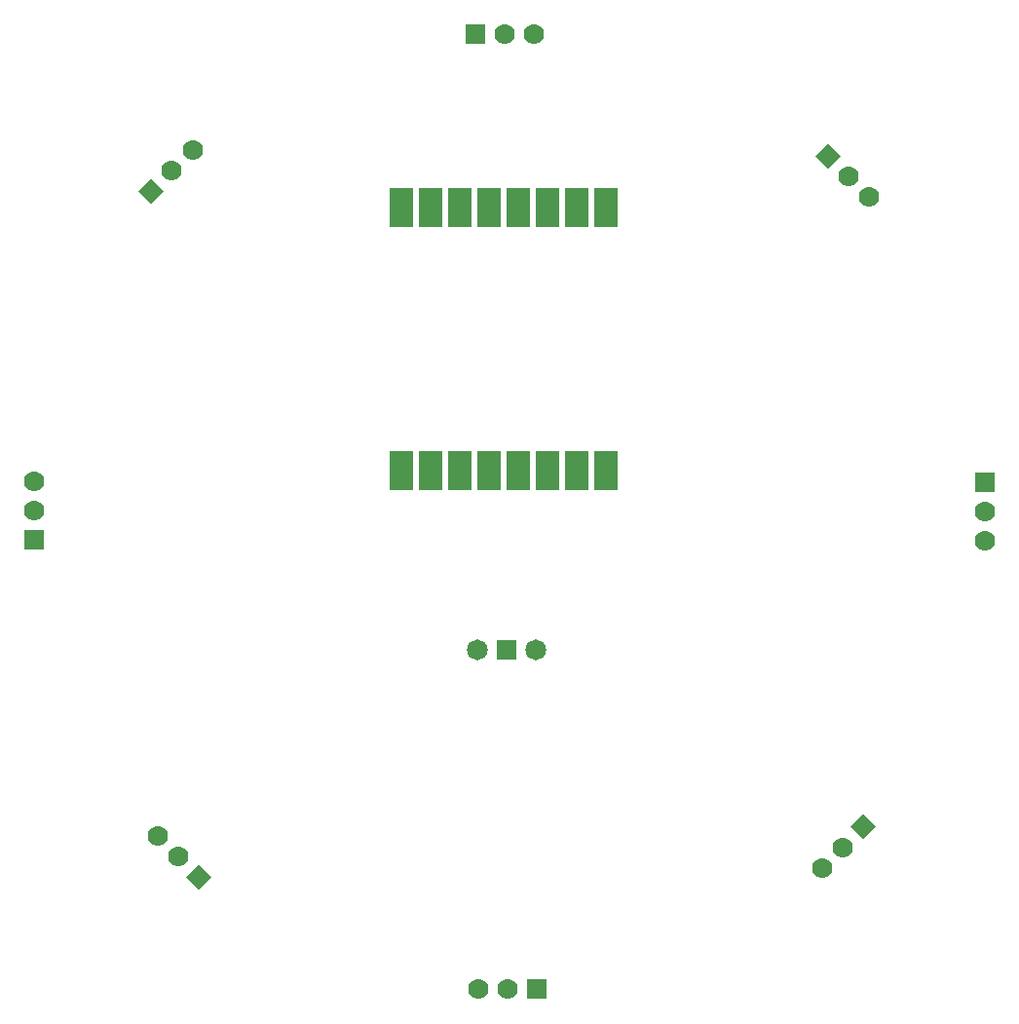
<source format=gbs>
G04 ---------------------------- Layer name :BOTTOM SOLDER LAYER*
G04 easyEDA 0.1*
G04 Scale: 100 percent, Rotated: No, Reflected: No *
G04 Dimensions in inches *
G04 leading zeros omitted , absolute positions ,2 integer and 4 * 
%FSLAX24Y24*%
%MOIN*%
G90*
G70D02*

%ADD12R,0.080000X0.137600*%
%ADD13C,0.071500*%
%ADD15R,0.071500X0.071500*%
%ADD16C,0.070000*%
%ADD18R,0.070000X0.070000*%

%LPD*%
G54D12*
G01X14118Y19078D03*
G01X21118Y28078D03*
G01X20118Y28078D03*
G01X19118Y28078D03*
G01X18118Y28078D03*
G01X17118Y28078D03*
G01X16118Y28078D03*
G01X15118Y28078D03*
G01X14118Y28078D03*
G01X21118Y19078D03*
G01X20118Y19078D03*
G01X19118Y19078D03*
G01X18118Y19078D03*
G01X17118Y19078D03*
G01X16118Y19078D03*
G01X15118Y19078D03*
G54D13*
G01X16707Y12963D03*
G54D15*
G01X17707Y12963D03*
G54D13*
G01X18707Y12963D03*
G54D16*
G01X28500Y5486D03*
G01X29206Y6194D03*
G36*
G01X30351Y6901D02*
G01X29913Y6462D01*
G01X29474Y6901D01*
G01X29913Y7339D01*
G01X30351Y6901D01*
G37*
G01X16727Y1334D03*
G01X17727Y1334D03*
G54D18*
G01X18727Y1334D03*
G54D16*
G01X5765Y6580D03*
G01X6472Y5873D03*
G36*
G01X7180Y4727D02*
G01X6742Y5166D01*
G01X7180Y5604D01*
G01X7618Y5166D01*
G01X7180Y4727D01*
G37*
G01X1550Y18700D03*
G01X1550Y17700D03*
G54D18*
G01X1550Y16700D03*
G54D16*
G01X6956Y30055D03*
G01X6248Y29348D03*
G36*
G01X5103Y28642D02*
G01X5541Y29080D01*
G01X5980Y28642D01*
G01X5541Y28203D01*
G01X5103Y28642D01*
G37*
G01X18627Y34011D03*
G01X17627Y34011D03*
G54D18*
G01X16627Y34011D03*
G54D16*
G01X30110Y28444D03*
G01X29402Y29151D03*
G36*
G01X28696Y30297D02*
G01X29134Y29859D01*
G01X28696Y29421D01*
G01X28257Y29859D01*
G01X28696Y30297D01*
G37*
G01X34067Y16671D03*
G01X34067Y17671D03*
G54D18*
G01X34075Y18676D03*

M00*
M02*
</source>
